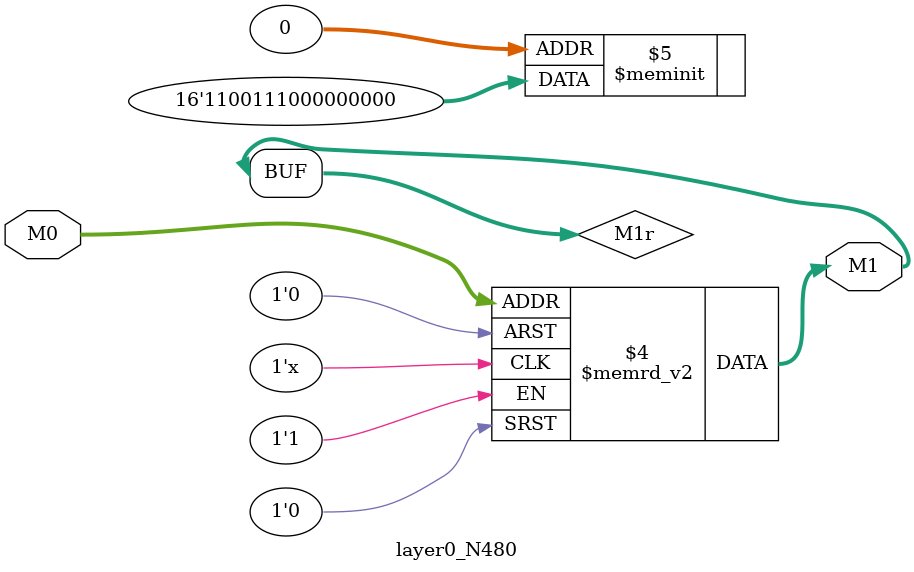
<source format=v>
module layer0_N480 ( input [2:0] M0, output [1:0] M1 );

	(*rom_style = "distributed" *) reg [1:0] M1r;
	assign M1 = M1r;
	always @ (M0) begin
		case (M0)
			3'b000: M1r = 2'b00;
			3'b100: M1r = 2'b10;
			3'b010: M1r = 2'b00;
			3'b110: M1r = 2'b00;
			3'b001: M1r = 2'b00;
			3'b101: M1r = 2'b11;
			3'b011: M1r = 2'b00;
			3'b111: M1r = 2'b11;

		endcase
	end
endmodule

</source>
